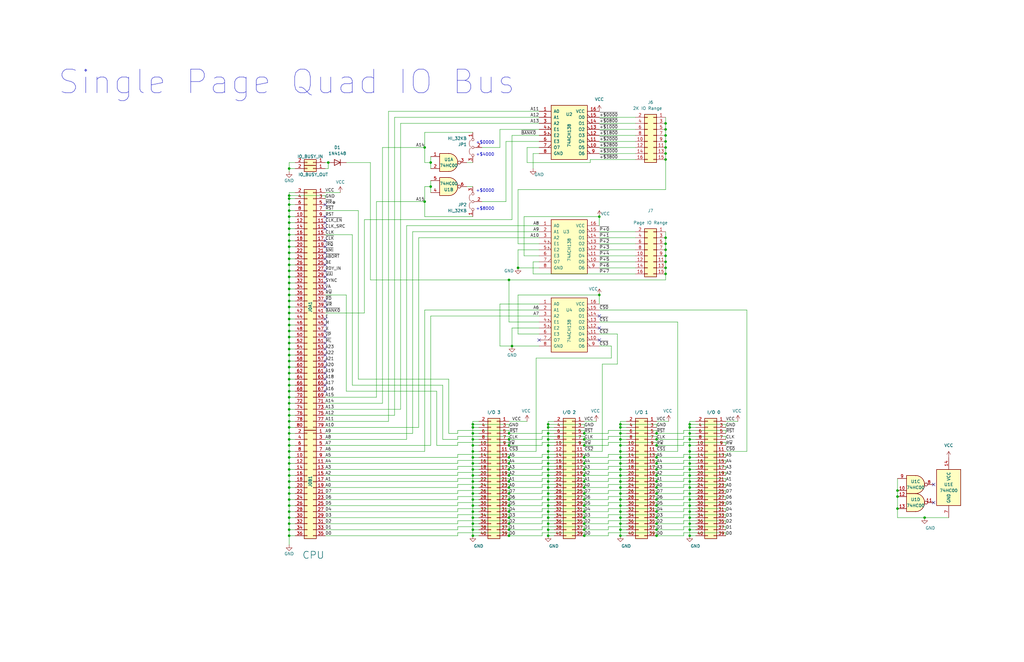
<source format=kicad_sch>
(kicad_sch (version 20230121) (generator eeschema)
  (paper "B")
  (junction (at 214.63 118.11))
  (junction (at 199.39 185.42))
  (junction (at 121.92 114.3))
  (junction (at 121.92 162.56))
  (junction (at 290.83 203.2))
  (junction (at 280.67 59.69))
  (junction (at 231.14 180.34))
  (junction (at 378.46 209.55))
  (junction (at 214.63 185.42))
  (junction (at 121.92 154.94))
  (junction (at 214.63 193.04))
  (junction (at 276.86 205.74))
  (junction (at 276.86 218.44))
  (junction (at 280.67 115.57))
  (junction (at 280.67 54.61))
  (junction (at 261.62 179.07))
  (junction (at 231.14 203.2))
  (junction (at 261.62 200.66))
  (junction (at 121.92 132.08))
  (junction (at 121.92 129.54))
  (junction (at 276.86 223.52))
  (junction (at 290.83 193.04))
  (junction (at 121.92 157.48))
  (junction (at 280.67 52.07))
  (junction (at 121.92 208.28))
  (junction (at 231.14 213.36))
  (junction (at 121.92 210.82))
  (junction (at 231.14 220.98))
  (junction (at 252.73 91.44))
  (junction (at 199.39 226.06))
  (junction (at 214.63 195.58))
  (junction (at 276.86 210.82))
  (junction (at 214.63 210.82))
  (junction (at 121.92 215.9))
  (junction (at 261.62 185.42))
  (junction (at 246.38 210.82))
  (junction (at 214.63 205.74))
  (junction (at 261.62 180.34))
  (junction (at 261.62 208.28))
  (junction (at 290.83 215.9))
  (junction (at 121.92 127))
  (junction (at 121.92 149.86))
  (junction (at 246.38 185.42))
  (junction (at 261.62 203.2))
  (junction (at 199.39 187.96))
  (junction (at 121.92 160.02))
  (junction (at 231.14 223.52))
  (junction (at 231.14 179.07))
  (junction (at 121.92 182.88))
  (junction (at 121.92 109.22))
  (junction (at 276.86 208.28))
  (junction (at 246.38 215.9))
  (junction (at 276.86 198.12))
  (junction (at 214.63 213.36))
  (junction (at 121.92 152.4))
  (junction (at 199.39 190.5))
  (junction (at 121.92 167.64))
  (junction (at 231.14 215.9))
  (junction (at 378.46 214.63))
  (junction (at 121.92 213.36))
  (junction (at 261.62 198.12))
  (junction (at 231.14 208.28))
  (junction (at 280.67 62.23))
  (junction (at 121.92 101.6))
  (junction (at 121.92 144.78))
  (junction (at 121.92 180.34))
  (junction (at 199.39 215.9))
  (junction (at 290.83 213.36))
  (junction (at 121.92 88.9))
  (junction (at 214.63 215.9))
  (junction (at 276.86 203.2))
  (junction (at 121.92 165.1))
  (junction (at 199.39 195.58))
  (junction (at 179.07 62.23))
  (junction (at 121.92 134.62))
  (junction (at 121.92 104.14))
  (junction (at 214.63 198.12))
  (junction (at 199.39 205.74))
  (junction (at 199.39 182.88))
  (junction (at 121.92 195.58))
  (junction (at 138.43 68.58))
  (junction (at 231.14 210.82))
  (junction (at 231.14 218.44))
  (junction (at 280.67 113.03))
  (junction (at 121.92 218.44))
  (junction (at 231.14 226.06))
  (junction (at 214.63 187.96))
  (junction (at 121.92 147.32))
  (junction (at 231.14 205.74))
  (junction (at 261.62 226.06))
  (junction (at 199.39 220.98))
  (junction (at 276.86 215.9))
  (junction (at 276.86 200.66))
  (junction (at 231.14 182.88))
  (junction (at 121.92 93.98))
  (junction (at 261.62 205.74))
  (junction (at 121.92 193.04))
  (junction (at 246.38 187.96))
  (junction (at 276.86 187.96))
  (junction (at 290.83 195.58))
  (junction (at 276.86 213.36))
  (junction (at 121.92 177.8))
  (junction (at 231.14 198.12))
  (junction (at 276.86 185.42))
  (junction (at 280.67 67.31))
  (junction (at 199.39 208.28))
  (junction (at 121.92 175.26))
  (junction (at 290.83 198.12))
  (junction (at 280.67 100.33))
  (junction (at 181.61 78.74))
  (junction (at 214.63 223.52))
  (junction (at 121.92 137.16))
  (junction (at 231.14 200.66))
  (junction (at 261.62 193.04))
  (junction (at 280.67 64.77))
  (junction (at 290.83 220.98))
  (junction (at 218.44 113.03))
  (junction (at 290.83 226.06))
  (junction (at 121.92 190.5))
  (junction (at 199.39 203.2))
  (junction (at 121.92 91.44))
  (junction (at 261.62 195.58))
  (junction (at 121.92 106.68))
  (junction (at 121.92 223.52))
  (junction (at 280.67 110.49))
  (junction (at 290.83 187.96))
  (junction (at 121.92 71.12))
  (junction (at 214.63 182.88))
  (junction (at 246.38 220.98))
  (junction (at 246.38 218.44))
  (junction (at 290.83 205.74))
  (junction (at 199.39 223.52))
  (junction (at 246.38 195.58))
  (junction (at 290.83 210.82))
  (junction (at 290.83 208.28))
  (junction (at 378.46 207.01))
  (junction (at 121.92 86.36))
  (junction (at 246.38 208.28))
  (junction (at 290.83 218.44))
  (junction (at 121.92 82.55))
  (junction (at 231.14 190.5))
  (junction (at 280.67 107.95))
  (junction (at 121.92 142.24))
  (junction (at 246.38 223.52))
  (junction (at 231.14 187.96))
  (junction (at 246.38 193.04))
  (junction (at 290.83 182.88))
  (junction (at 280.67 105.41))
  (junction (at 121.92 111.76))
  (junction (at 231.14 185.42))
  (junction (at 246.38 203.2))
  (junction (at 121.92 200.66))
  (junction (at 246.38 213.36))
  (junction (at 246.38 205.74))
  (junction (at 276.86 195.58))
  (junction (at 389.89 218.44))
  (junction (at 261.62 190.5))
  (junction (at 261.62 210.82))
  (junction (at 261.62 182.88))
  (junction (at 214.63 200.66))
  (junction (at 252.73 124.46))
  (junction (at 199.39 179.07))
  (junction (at 199.39 210.82))
  (junction (at 199.39 198.12))
  (junction (at 290.83 223.52))
  (junction (at 246.38 200.66))
  (junction (at 280.67 57.15))
  (junction (at 214.63 208.28))
  (junction (at 121.92 226.06))
  (junction (at 231.14 195.58))
  (junction (at 261.62 187.96))
  (junction (at 121.92 119.38))
  (junction (at 276.86 182.88))
  (junction (at 231.14 193.04))
  (junction (at 199.39 218.44))
  (junction (at 121.92 116.84))
  (junction (at 121.92 170.18))
  (junction (at 121.92 96.52))
  (junction (at 199.39 180.34))
  (junction (at 214.63 226.06))
  (junction (at 276.86 193.04))
  (junction (at 121.92 139.7))
  (junction (at 246.38 198.12))
  (junction (at 280.67 102.87))
  (junction (at 121.92 185.42))
  (junction (at 290.83 185.42))
  (junction (at 246.38 182.88))
  (junction (at 276.86 226.06))
  (junction (at 121.92 220.98))
  (junction (at 290.83 200.66))
  (junction (at 121.92 205.74))
  (junction (at 199.39 200.66))
  (junction (at 290.83 180.34))
  (junction (at 214.63 220.98))
  (junction (at 121.92 121.92))
  (junction (at 246.38 226.06))
  (junction (at 261.62 215.9))
  (junction (at 276.86 220.98))
  (junction (at 121.92 187.96))
  (junction (at 121.92 198.12))
  (junction (at 261.62 223.52))
  (junction (at 121.92 203.2))
  (junction (at 290.83 190.5))
  (junction (at 261.62 218.44))
  (junction (at 214.63 203.2))
  (junction (at 261.62 213.36))
  (junction (at 121.92 99.06))
  (junction (at 290.83 179.07))
  (junction (at 179.07 85.09))
  (junction (at 215.9 146.05))
  (junction (at 199.39 193.04))
  (junction (at 121.92 83.82))
  (junction (at 199.39 213.36))
  (junction (at 181.61 68.58))
  (junction (at 121.92 124.46))
  (junction (at 214.63 218.44))
  (junction (at 261.62 220.98))
  (junction (at 121.92 172.72))
  (no_connect (at 137.16 139.7))
  (no_connect (at 137.16 119.38))
  (no_connect (at 137.16 137.16))
  (no_connect (at 137.16 149.86))
  (no_connect (at 137.16 162.56))
  (no_connect (at 393.7 212.09))
  (no_connect (at 137.16 114.3))
  (no_connect (at 137.16 86.36))
  (no_connect (at 393.7 204.47))
  (no_connect (at 252.73 133.35))
  (no_connect (at 137.16 157.48))
  (no_connect (at 137.16 134.62))
  (no_connect (at 137.16 104.14))
  (no_connect (at 137.16 106.68))
  (no_connect (at 252.73 143.51))
  (no_connect (at 137.16 111.76))
  (no_connect (at 137.16 165.1))
  (no_connect (at 137.16 96.52))
  (no_connect (at 137.16 154.94))
  (no_connect (at 137.16 152.4))
  (no_connect (at 137.16 93.98))
  (no_connect (at 227.33 143.51))
  (no_connect (at 137.16 144.78))
  (no_connect (at 137.16 116.84))
  (no_connect (at 137.16 91.44))
  (no_connect (at 137.16 121.92))
  (no_connect (at 137.16 127))
  (no_connect (at 137.16 109.22))
  (no_connect (at 137.16 160.02))
  (no_connect (at 137.16 142.24))
  (no_connect (at 252.73 138.43))
  (no_connect (at 137.16 147.32))
  (no_connect (at 137.16 101.6))
  (no_connect (at 137.16 129.54))
  (wire (pts (xy 168.91 52.07) (xy 168.91 172.72)))
  (wire (pts (xy 231.14 193.04) (xy 231.14 195.58)))
  (wire (pts (xy 137.16 190.5) (xy 179.07 190.5)))
  (wire (pts (xy 121.92 203.2) (xy 121.92 205.74)))
  (wire (pts (xy 246.38 182.88) (xy 256.54 182.88)))
  (wire (pts (xy 267.97 107.95) (xy 252.73 107.95)))
  (wire (pts (xy 214.63 191.77) (xy 214.63 193.04)))
  (wire (pts (xy 193.04 210.82) (xy 193.04 209.55)))
  (wire (pts (xy 288.29 213.36) (xy 288.29 212.09)))
  (wire (pts (xy 181.61 133.35) (xy 181.61 187.96)))
  (wire (pts (xy 267.97 62.23) (xy 252.73 62.23)))
  (wire (pts (xy 196.85 68.58) (xy 199.39 68.58)))
  (wire (pts (xy 276.86 179.07) (xy 261.62 179.07)))
  (wire (pts (xy 121.92 132.08) (xy 121.92 134.62)))
  (wire (pts (xy 214.63 208.28) (xy 228.6 208.28)))
  (wire (pts (xy 199.39 193.04) (xy 199.39 195.58)))
  (wire (pts (xy 260.35 153.67) (xy 254 153.67)))
  (wire (pts (xy 228.6 196.85) (xy 246.38 196.85)))
  (wire (pts (xy 168.91 52.07) (xy 227.33 52.07)))
  (wire (pts (xy 290.83 213.36) (xy 290.83 215.9)))
  (wire (pts (xy 199.39 223.52) (xy 199.39 226.06)))
  (wire (pts (xy 231.14 205.74) (xy 231.14 208.28)))
  (wire (pts (xy 246.38 203.2) (xy 256.54 203.2)))
  (wire (pts (xy 290.83 215.9) (xy 293.37 215.9)))
  (wire (pts (xy 256.54 182.88) (xy 256.54 181.61)))
  (wire (pts (xy 121.92 106.68) (xy 124.46 106.68)))
  (wire (pts (xy 121.92 129.54) (xy 121.92 132.08)))
  (wire (pts (xy 222.25 68.58) (xy 248.92 68.58)))
  (wire (pts (xy 153.67 92.71) (xy 153.67 132.08)))
  (wire (pts (xy 158.75 85.09) (xy 179.07 85.09)))
  (wire (pts (xy 231.14 193.04) (xy 233.68 193.04)))
  (wire (pts (xy 261.62 218.44) (xy 264.16 218.44)))
  (wire (pts (xy 151.13 160.02) (xy 151.13 88.9)))
  (wire (pts (xy 231.14 200.66) (xy 233.68 200.66)))
  (wire (pts (xy 121.92 175.26) (xy 121.92 177.8)))
  (wire (pts (xy 218.44 102.87) (xy 227.33 102.87)))
  (wire (pts (xy 121.92 165.1) (xy 124.46 165.1)))
  (wire (pts (xy 199.39 179.07) (xy 214.63 179.07)))
  (wire (pts (xy 199.39 200.66) (xy 201.93 200.66)))
  (wire (pts (xy 199.39 180.34) (xy 201.93 180.34)))
  (wire (pts (xy 121.92 139.7) (xy 124.46 139.7)))
  (wire (pts (xy 222.25 62.23) (xy 222.25 68.58)))
  (wire (pts (xy 193.04 219.71) (xy 214.63 219.71)))
  (wire (pts (xy 121.92 71.12) (xy 121.92 72.39)))
  (wire (pts (xy 306.07 214.63) (xy 306.07 215.9)))
  (wire (pts (xy 137.16 170.18) (xy 161.29 170.18)))
  (wire (pts (xy 231.14 180.34) (xy 231.14 182.88)))
  (wire (pts (xy 228.6 187.96) (xy 228.6 186.69)))
  (wire (pts (xy 276.86 213.36) (xy 288.29 213.36)))
  (wire (pts (xy 121.92 114.3) (xy 124.46 114.3)))
  (wire (pts (xy 306.07 207.01) (xy 306.07 208.28)))
  (wire (pts (xy 256.54 205.74) (xy 256.54 204.47)))
  (wire (pts (xy 288.29 181.61) (xy 306.07 181.61)))
  (wire (pts (xy 267.97 113.03) (xy 252.73 113.03)))
  (wire (pts (xy 199.39 203.2) (xy 199.39 205.74)))
  (wire (pts (xy 121.92 208.28) (xy 124.46 208.28)))
  (wire (pts (xy 137.16 223.52) (xy 193.04 223.52)))
  (wire (pts (xy 228.6 220.98) (xy 228.6 219.71)))
  (wire (pts (xy 276.86 181.61) (xy 276.86 182.88)))
  (wire (pts (xy 290.83 203.2) (xy 293.37 203.2)))
  (wire (pts (xy 121.92 220.98) (xy 121.92 223.52)))
  (wire (pts (xy 227.33 62.23) (xy 222.25 62.23)))
  (wire (pts (xy 121.92 127) (xy 124.46 127)))
  (wire (pts (xy 121.92 134.62) (xy 121.92 137.16)))
  (wire (pts (xy 137.16 220.98) (xy 193.04 220.98)))
  (wire (pts (xy 193.04 215.9) (xy 193.04 214.63)))
  (wire (pts (xy 228.6 181.61) (xy 246.38 181.61)))
  (wire (pts (xy 199.39 218.44) (xy 201.93 218.44)))
  (wire (pts (xy 214.63 220.98) (xy 228.6 220.98)))
  (wire (pts (xy 246.38 213.36) (xy 256.54 213.36)))
  (wire (pts (xy 199.39 177.8) (xy 201.93 177.8)))
  (wire (pts (xy 196.85 78.74) (xy 199.39 78.74)))
  (wire (pts (xy 276.86 195.58) (xy 288.29 195.58)))
  (wire (pts (xy 153.67 92.71) (xy 215.9 92.71)))
  (wire (pts (xy 261.62 198.12) (xy 261.62 200.66)))
  (wire (pts (xy 228.6 204.47) (xy 246.38 204.47)))
  (wire (pts (xy 214.63 193.04) (xy 228.6 193.04)))
  (wire (pts (xy 148.59 99.06) (xy 137.16 99.06)))
  (wire (pts (xy 288.29 214.63) (xy 306.07 214.63)))
  (wire (pts (xy 193.04 213.36) (xy 193.04 212.09)))
  (wire (pts (xy 199.39 187.96) (xy 199.39 190.5)))
  (wire (pts (xy 137.16 210.82) (xy 193.04 210.82)))
  (wire (pts (xy 228.6 209.55) (xy 246.38 209.55)))
  (wire (pts (xy 193.04 204.47) (xy 214.63 204.47)))
  (wire (pts (xy 246.38 226.06) (xy 256.54 226.06)))
  (wire (pts (xy 214.63 223.52) (xy 228.6 223.52)))
  (wire (pts (xy 246.38 205.74) (xy 256.54 205.74)))
  (wire (pts (xy 228.6 222.25) (xy 246.38 222.25)))
  (wire (pts (xy 121.92 210.82) (xy 121.92 213.36)))
  (wire (pts (xy 227.33 107.95) (xy 220.98 107.95)))
  (wire (pts (xy 261.62 203.2) (xy 261.62 205.74)))
  (wire (pts (xy 306.07 184.15) (xy 306.07 185.42)))
  (wire (pts (xy 228.6 194.31) (xy 246.38 194.31)))
  (wire (pts (xy 290.83 198.12) (xy 293.37 198.12)))
  (wire (pts (xy 137.16 218.44) (xy 193.04 218.44)))
  (wire (pts (xy 124.46 93.98) (xy 121.92 93.98)))
  (wire (pts (xy 137.16 82.55) (xy 121.92 82.55)))
  (wire (pts (xy 228.6 214.63) (xy 246.38 214.63)))
  (wire (pts (xy 121.92 160.02) (xy 124.46 160.02)))
  (wire (pts (xy 252.73 130.81) (xy 314.96 130.81)))
  (wire (pts (xy 378.46 207.01) (xy 378.46 209.55)))
  (wire (pts (xy 257.81 151.13) (xy 226.06 151.13)))
  (wire (pts (xy 214.63 210.82) (xy 228.6 210.82)))
  (wire (pts (xy 261.62 195.58) (xy 261.62 193.04)))
  (wire (pts (xy 256.54 223.52) (xy 256.54 222.25)))
  (wire (pts (xy 261.62 205.74) (xy 264.16 205.74)))
  (wire (pts (xy 121.92 106.68) (xy 121.92 109.22)))
  (wire (pts (xy 231.14 215.9) (xy 231.14 218.44)))
  (wire (pts (xy 199.39 180.34) (xy 199.39 182.88)))
  (wire (pts (xy 121.92 134.62) (xy 124.46 134.62)))
  (wire (pts (xy 290.83 213.36) (xy 290.83 210.82)))
  (wire (pts (xy 261.62 210.82) (xy 261.62 213.36)))
  (wire (pts (xy 256.54 184.15) (xy 276.86 184.15)))
  (wire (pts (xy 121.92 119.38) (xy 121.92 121.92)))
  (wire (pts (xy 186.69 185.42) (xy 193.04 185.42)))
  (wire (pts (xy 261.62 208.28) (xy 261.62 210.82)))
  (wire (pts (xy 121.92 124.46) (xy 121.92 127)))
  (wire (pts (xy 121.92 96.52) (xy 121.92 99.06)))
  (wire (pts (xy 261.62 215.9) (xy 261.62 218.44)))
  (wire (pts (xy 288.29 217.17) (xy 306.07 217.17)))
  (wire (pts (xy 256.54 193.04) (xy 256.54 191.77)))
  (wire (pts (xy 121.92 198.12) (xy 124.46 198.12)))
  (wire (pts (xy 276.86 186.69) (xy 276.86 187.96)))
  (wire (pts (xy 246.38 220.98) (xy 256.54 220.98)))
  (wire (pts (xy 276.86 177.8) (xy 281.94 177.8)))
  (wire (pts (xy 146.05 124.46) (xy 137.16 124.46)))
  (wire (pts (xy 121.92 109.22) (xy 121.92 111.76)))
  (wire (pts (xy 121.92 154.94) (xy 124.46 154.94)))
  (wire (pts (xy 246.38 218.44) (xy 256.54 218.44)))
  (wire (pts (xy 256.54 224.79) (xy 276.86 224.79)))
  (wire (pts (xy 121.92 132.08) (xy 124.46 132.08)))
  (wire (pts (xy 121.92 182.88) (xy 121.92 185.42)))
  (wire (pts (xy 256.54 199.39) (xy 276.86 199.39)))
  (wire (pts (xy 231.14 182.88) (xy 231.14 185.42)))
  (wire (pts (xy 306.07 186.69) (xy 306.07 187.96)))
  (wire (pts (xy 231.14 185.42) (xy 233.68 185.42)))
  (wire (pts (xy 121.92 111.76) (xy 124.46 111.76)))
  (wire (pts (xy 215.9 138.43) (xy 215.9 146.05)))
  (wire (pts (xy 214.63 222.25) (xy 214.63 223.52)))
  (wire (pts (xy 246.38 180.34) (xy 246.38 179.07)))
  (wire (pts (xy 246.38 199.39) (xy 246.38 200.66)))
  (wire (pts (xy 214.63 196.85) (xy 214.63 198.12)))
  (wire (pts (xy 261.62 190.5) (xy 261.62 187.96)))
  (wire (pts (xy 121.92 116.84) (xy 121.92 119.38)))
  (wire (pts (xy 121.92 190.5) (xy 124.46 190.5)))
  (wire (pts (xy 137.16 226.06) (xy 193.04 226.06)))
  (wire (pts (xy 280.67 57.15) (xy 280.67 59.69)))
  (wire (pts (xy 276.86 222.25) (xy 276.86 223.52)))
  (wire (pts (xy 121.92 165.1) (xy 121.92 167.64)))
  (wire (pts (xy 276.86 196.85) (xy 276.86 198.12)))
  (wire (pts (xy 121.92 157.48) (xy 124.46 157.48)))
  (wire (pts (xy 213.36 85.09) (xy 213.36 59.69)))
  (wire (pts (xy 138.43 71.12) (xy 137.16 71.12)))
  (wire (pts (xy 215.9 146.05) (xy 227.33 146.05)))
  (wire (pts (xy 290.83 179.07) (xy 290.83 177.8)))
  (wire (pts (xy 261.62 198.12) (xy 264.16 198.12)))
  (wire (pts (xy 161.29 62.23) (xy 179.07 62.23)))
  (wire (pts (xy 248.92 68.58) (xy 248.92 67.31)))
  (wire (pts (xy 246.38 179.07) (xy 231.14 179.07)))
  (wire (pts (xy 121.92 193.04) (xy 121.92 195.58)))
  (wire (pts (xy 121.92 180.34) (xy 121.92 182.88)))
  (wire (pts (xy 193.04 220.98) (xy 193.04 219.71)))
  (wire (pts (xy 193.04 201.93) (xy 214.63 201.93)))
  (wire (pts (xy 214.63 200.66) (xy 228.6 200.66)))
  (wire (pts (xy 163.83 46.99) (xy 227.33 46.99)))
  (wire (pts (xy 288.29 223.52) (xy 288.29 222.25)))
  (wire (pts (xy 171.45 95.25) (xy 171.45 185.42)))
  (wire (pts (xy 214.63 204.47) (xy 214.63 205.74)))
  (wire (pts (xy 276.86 214.63) (xy 276.86 215.9)))
  (wire (pts (xy 276.86 200.66) (xy 288.29 200.66)))
  (wire (pts (xy 256.54 203.2) (xy 256.54 201.93)))
  (wire (pts (xy 267.97 110.49) (xy 252.73 110.49)))
  (wire (pts (xy 267.97 57.15) (xy 252.73 57.15)))
  (wire (pts (xy 193.04 191.77) (xy 214.63 191.77)))
  (wire (pts (xy 121.92 99.06) (xy 124.46 99.06)))
  (wire (pts (xy 214.63 190.5) (xy 226.06 190.5)))
  (wire (pts (xy 121.92 129.54) (xy 124.46 129.54)))
  (wire (pts (xy 214.63 118.11) (xy 280.67 118.11)))
  (wire (pts (xy 121.92 167.64) (xy 124.46 167.64)))
  (wire (pts (xy 121.92 114.3) (xy 121.92 116.84)))
  (wire (pts (xy 193.04 182.88) (xy 193.04 181.61)))
  (wire (pts (xy 290.83 195.58) (xy 290.83 193.04)))
  (wire (pts (xy 256.54 185.42) (xy 256.54 184.15)))
  (wire (pts (xy 179.07 68.58) (xy 181.61 68.58)))
  (wire (pts (xy 121.92 200.66) (xy 121.92 203.2)))
  (wire (pts (xy 256.54 198.12) (xy 256.54 196.85)))
  (wire (pts (xy 246.38 194.31) (xy 246.38 195.58)))
  (wire (pts (xy 267.97 54.61) (xy 252.73 54.61)))
  (wire (pts (xy 193.04 181.61) (xy 214.63 181.61)))
  (wire (pts (xy 267.97 102.87) (xy 252.73 102.87)))
  (wire (pts (xy 151.13 88.9) (xy 137.16 88.9)))
  (wire (pts (xy 252.73 97.79) (xy 267.97 97.79)))
  (wire (pts (xy 137.16 132.08) (xy 153.67 132.08)))
  (wire (pts (xy 121.92 82.55) (xy 121.92 83.82)))
  (wire (pts (xy 199.39 200.66) (xy 199.39 203.2)))
  (wire (pts (xy 189.23 182.88) (xy 193.04 182.88)))
  (wire (pts (xy 193.04 194.31) (xy 214.63 194.31)))
  (wire (pts (xy 199.39 215.9) (xy 199.39 218.44)))
  (wire (pts (xy 261.62 213.36) (xy 264.16 213.36)))
  (wire (pts (xy 290.83 185.42) (xy 293.37 185.42)))
  (wire (pts (xy 261.62 185.42) (xy 261.62 187.96)))
  (wire (pts (xy 121.92 170.18) (xy 124.46 170.18)))
  (wire (pts (xy 121.92 190.5) (xy 121.92 193.04)))
  (wire (pts (xy 378.46 201.93) (xy 378.46 207.01)))
  (wire (pts (xy 378.46 218.44) (xy 389.89 218.44)))
  (wire (pts (xy 256.54 213.36) (xy 256.54 212.09)))
  (wire (pts (xy 389.89 218.44) (xy 400.05 218.44)))
  (wire (pts (xy 228.6 205.74) (xy 228.6 204.47)))
  (wire (pts (xy 288.29 210.82) (xy 288.29 209.55)))
  (wire (pts (xy 176.53 100.33) (xy 176.53 180.34)))
  (wire (pts (xy 256.54 200.66) (xy 256.54 199.39)))
  (wire (pts (xy 121.92 193.04) (xy 124.46 193.04)))
  (wire (pts (xy 290.83 218.44) (xy 293.37 218.44)))
  (wire (pts (xy 179.07 78.74) (xy 179.07 85.09)))
  (wire (pts (xy 199.39 198.12) (xy 201.93 198.12)))
  (wire (pts (xy 256.54 186.69) (xy 276.86 186.69)))
  (wire (pts (xy 214.63 219.71) (xy 214.63 220.98)))
  (wire (pts (xy 261.62 180.34) (xy 261.62 182.88)))
  (wire (pts (xy 276.86 199.39) (xy 276.86 200.66)))
  (wire (pts (xy 199.39 190.5) (xy 199.39 193.04)))
  (wire (pts (xy 121.92 162.56) (xy 124.46 162.56)))
  (wire (pts (xy 121.92 81.28) (xy 124.46 81.28)))
  (wire (pts (xy 276.86 220.98) (xy 288.29 220.98)))
  (wire (pts (xy 193.04 226.06) (xy 193.04 224.79)))
  (wire (pts (xy 276.86 205.74) (xy 288.29 205.74)))
  (wire (pts (xy 288.29 193.04) (xy 288.29 191.77)))
  (wire (pts (xy 260.35 140.97) (xy 252.73 140.97)))
  (wire (pts (xy 121.92 162.56) (xy 121.92 165.1)))
  (wire (pts (xy 121.92 180.34) (xy 124.46 180.34)))
  (wire (pts (xy 256.54 217.17) (xy 276.86 217.17)))
  (wire (pts (xy 261.62 215.9) (xy 264.16 215.9)))
  (wire (pts (xy 121.92 116.84) (xy 124.46 116.84)))
  (wire (pts (xy 121.92 177.8) (xy 121.92 180.34)))
  (wire (pts (xy 261.62 190.5) (xy 264.16 190.5)))
  (wire (pts (xy 121.92 119.38) (xy 124.46 119.38)))
  (wire (pts (xy 248.92 67.31) (xy 267.97 67.31)))
  (wire (pts (xy 246.38 201.93) (xy 246.38 203.2)))
  (wire (pts (xy 193.04 223.52) (xy 193.04 222.25)))
  (wire (pts (xy 121.92 226.06) (xy 124.46 226.06)))
  (wire (pts (xy 193.04 212.09) (xy 214.63 212.09)))
  (wire (pts (xy 276.86 203.2) (xy 288.29 203.2)))
  (wire (pts (xy 121.92 205.74) (xy 124.46 205.74)))
  (wire (pts (xy 288.29 205.74) (xy 288.29 204.47)))
  (wire (pts (xy 199.39 198.12) (xy 199.39 200.66)))
  (wire (pts (xy 306.07 180.34) (xy 306.07 179.07)))
  (wire (pts (xy 203.2 85.09) (xy 213.36 85.09)))
  (wire (pts (xy 276.86 223.52) (xy 288.29 223.52)))
  (wire (pts (xy 199.39 205.74) (xy 199.39 208.28)))
  (wire (pts (xy 121.92 154.94) (xy 121.92 157.48)))
  (wire (pts (xy 158.75 167.64) (xy 137.16 167.64)))
  (wire (pts (xy 290.83 195.58) (xy 293.37 195.58)))
  (wire (pts (xy 290.83 200.66) (xy 293.37 200.66)))
  (wire (pts (xy 214.63 205.74) (xy 228.6 205.74)))
  (wire (pts (xy 138.43 68.58) (xy 138.43 71.12)))
  (wire (pts (xy 213.36 59.69) (xy 227.33 59.69)))
  (wire (pts (xy 261.62 187.96) (xy 264.16 187.96)))
  (wire (pts (xy 231.14 203.2) (xy 231.14 205.74)))
  (wire (pts (xy 288.29 220.98) (xy 288.29 219.71)))
  (wire (pts (xy 288.29 185.42) (xy 288.29 184.15)))
  (wire (pts (xy 121.92 83.82) (xy 124.46 83.82)))
  (wire (pts (xy 228.6 224.79) (xy 246.38 224.79)))
  (wire (pts (xy 227.33 138.43) (xy 215.9 138.43)))
  (wire (pts (xy 228.6 186.69) (xy 246.38 186.69)))
  (wire (pts (xy 290.83 213.36) (xy 293.37 213.36)))
  (wire (pts (xy 276.86 198.12) (xy 288.29 198.12)))
  (wire (pts (xy 288.29 215.9) (xy 288.29 214.63)))
  (wire (pts (xy 199.39 195.58) (xy 201.93 195.58)))
  (wire (pts (xy 121.92 68.58) (xy 121.92 71.12)))
  (wire (pts (xy 231.14 213.36) (xy 231.14 215.9)))
  (wire (pts (xy 226.06 151.13) (xy 226.06 190.5)))
  (wire (pts (xy 256.54 195.58) (xy 256.54 194.31)))
  (wire (pts (xy 121.92 137.16) (xy 124.46 137.16)))
  (wire (pts (xy 193.04 208.28) (xy 193.04 207.01)))
  (wire (pts (xy 280.67 52.07) (xy 280.67 54.61)))
  (wire (pts (xy 214.63 135.89) (xy 227.33 135.89)))
  (wire (pts (xy 231.14 218.44) (xy 231.14 220.98)))
  (wire (pts (xy 121.92 203.2) (xy 124.46 203.2)))
  (wire (pts (xy 261.62 208.28) (xy 264.16 208.28)))
  (wire (pts (xy 121.92 167.64) (xy 121.92 170.18)))
  (wire (pts (xy 288.29 184.15) (xy 306.07 184.15)))
  (wire (pts (xy 276.86 207.01) (xy 276.86 208.28)))
  (wire (pts (xy 179.07 55.88) (xy 199.39 55.88)))
  (wire (pts (xy 280.67 102.87) (xy 280.67 105.41)))
  (wire (pts (xy 137.16 83.82) (xy 137.16 82.55)))
  (wire (pts (xy 280.67 97.79) (xy 280.67 100.33)))
  (wire (pts (xy 121.92 187.96) (xy 121.92 190.5)))
  (wire (pts (xy 231.14 226.06) (xy 233.68 226.06)))
  (wire (pts (xy 267.97 100.33) (xy 252.73 100.33)))
  (wire (pts (xy 121.92 101.6) (xy 121.92 104.14)))
  (wire (pts (xy 246.38 223.52) (xy 256.54 223.52)))
  (wire (pts (xy 290.83 187.96) (xy 293.37 187.96)))
  (wire (pts (xy 246.38 214.63) (xy 246.38 215.9)))
  (wire (pts (xy 231.14 205.74) (xy 233.68 205.74)))
  (wire (pts (xy 231.14 198.12) (xy 233.68 198.12)))
  (wire (pts (xy 288.29 212.09) (xy 306.07 212.09)))
  (wire (pts (xy 290.83 177.8) (xy 293.37 177.8)))
  (wire (pts (xy 231.14 177.8) (xy 231.14 179.07)))
  (wire (pts (xy 193.04 214.63) (xy 214.63 214.63)))
  (wire (pts (xy 246.38 177.8) (xy 251.46 177.8)))
  (wire (pts (xy 290.83 190.5) (xy 290.83 187.96)))
  (wire (pts (xy 256.54 208.28) (xy 256.54 207.01)))
  (wire (pts (xy 246.38 193.04) (xy 256.54 193.04)))
  (wire (pts (xy 214.63 217.17) (xy 214.63 218.44)))
  (wire (pts (xy 137.16 195.58) (xy 193.04 195.58)))
  (wire (pts (xy 261.62 223.52) (xy 264.16 223.52)))
  (wire (pts (xy 276.86 194.31) (xy 276.86 195.58)))
  (wire (pts (xy 121.92 104.14) (xy 124.46 104.14)))
  (wire (pts (xy 220.98 107.95) (xy 220.98 91.44)))
  (wire (pts (xy 193.04 203.2) (xy 193.04 201.93)))
  (wire (pts (xy 214.63 187.96) (xy 228.6 187.96)))
  (wire (pts (xy 246.38 200.66) (xy 256.54 200.66)))
  (wire (pts (xy 290.83 218.44) (xy 290.83 215.9)))
  (wire (pts (xy 228.6 215.9) (xy 228.6 214.63)))
  (wire (pts (xy 184.15 187.96) (xy 193.04 187.96)))
  (wire (pts (xy 280.67 118.11) (xy 280.67 115.57)))
  (wire (pts (xy 257.81 151.13) (xy 257.81 146.05)))
  (wire (pts (xy 193.04 199.39) (xy 214.63 199.39)))
  (wire (pts (xy 179.07 91.44) (xy 199.39 91.44)))
  (wire (pts (xy 288.29 209.55) (xy 306.07 209.55)))
  (wire (pts (xy 285.75 190.5) (xy 276.86 190.5)))
  (wire (pts (xy 189.23 160.02) (xy 189.23 182.88)))
  (wire (pts (xy 224.79 110.49) (xy 224.79 115.57)))
  (wire (pts (xy 288.29 198.12) (xy 288.29 196.85)))
  (wire (pts (xy 163.83 177.8) (xy 137.16 177.8)))
  (wire (pts (xy 214.63 194.31) (xy 214.63 195.58)))
  (wire (pts (xy 199.39 213.36) (xy 199.39 215.9)))
  (wire (pts (xy 146.05 165.1) (xy 146.05 124.46)))
  (wire (pts (xy 181.61 133.35) (xy 227.33 133.35)))
  (wire (pts (xy 228.6 208.28) (xy 228.6 207.01)))
  (wire (pts (xy 227.33 128.27) (xy 210.82 128.27)))
  (wire (pts (xy 214.63 209.55) (xy 214.63 210.82)))
  (wire (pts (xy 246.38 212.09) (xy 246.38 213.36)))
  (wire (pts (xy 210.82 146.05) (xy 215.9 146.05)))
  (wire (pts (xy 121.92 142.24) (xy 121.92 144.78)))
  (wire (pts (xy 227.33 54.61) (xy 210.82 54.61)))
  (wire (pts (xy 220.98 91.44) (xy 252.73 91.44)))
  (wire (pts (xy 256.54 207.01) (xy 276.86 207.01)))
  (wire (pts (xy 121.92 172.72) (xy 121.92 175.26)))
  (wire (pts (xy 290.83 182.88) (xy 290.83 180.34)))
  (wire (pts (xy 288.29 191.77) (xy 306.07 191.77)))
  (wire (pts (xy 306.07 199.39) (xy 306.07 200.66)))
  (wire (pts (xy 228.6 212.09) (xy 246.38 212.09)))
  (wire (pts (xy 121.92 200.66) (xy 124.46 200.66)))
  (wire (pts (xy 224.79 64.77) (xy 227.33 64.77)))
  (wire (pts (xy 193.04 186.69) (xy 214.63 186.69)))
  (wire (pts (xy 378.46 209.55) (xy 378.46 214.63)))
  (wire (pts (xy 276.86 208.28) (xy 288.29 208.28)))
  (wire (pts (xy 280.67 107.95) (xy 280.67 110.49)))
  (wire (pts (xy 215.9 92.71) (xy 215.9 57.15)))
  (wire (pts (xy 267.97 52.07) (xy 252.73 52.07)))
  (wire (pts (xy 193.04 209.55) (xy 214.63 209.55)))
  (wire (pts (xy 214.63 218.44) (xy 228.6 218.44)))
  (wire (pts (xy 306.07 204.47) (xy 306.07 205.74)))
  (wire (pts (xy 280.67 54.61) (xy 280.67 57.15)))
  (wire (pts (xy 224.79 71.12) (xy 224.79 64.77)))
  (wire (pts (xy 214.63 212.09) (xy 214.63 213.36)))
  (wire (pts (xy 276.86 204.47) (xy 276.86 205.74)))
  (wire (pts (xy 231.14 218.44) (xy 233.68 218.44)))
  (wire (pts (xy 121.92 86.36) (xy 124.46 86.36)))
  (wire (pts (xy 256.54 201.93) (xy 276.86 201.93)))
  (wire (pts (xy 276.86 215.9) (xy 288.29 215.9)))
  (wire (pts (xy 199.39 226.06) (xy 201.93 226.06)))
  (wire (pts (xy 228.6 184.15) (xy 246.38 184.15)))
  (wire (pts (xy 121.92 96.52) (xy 124.46 96.52)))
  (wire (pts (xy 137.16 200.66) (xy 193.04 200.66)))
  (wire (pts (xy 199.39 177.8) (xy 199.39 179.07)))
  (wire (pts (xy 288.29 182.88) (xy 288.29 181.61)))
  (wire (pts (xy 228.6 218.44) (xy 228.6 217.17)))
  (wire (pts (xy 267.97 64.77) (xy 252.73 64.77)))
  (wire (pts (xy 179.07 130.81) (xy 179.07 190.5)))
  (wire (pts (xy 218.44 80.01) (xy 218.44 102.87)))
  (wire (pts (xy 276.86 217.17) (xy 276.86 218.44)))
  (wire (pts (xy 228.6 201.93) (xy 246.38 201.93)))
  (wire (pts (xy 143.51 81.28) (xy 137.16 81.28)))
  (wire (pts (xy 288.29 222.25) (xy 306.07 222.25)))
  (wire (pts (xy 231.14 220.98) (xy 233.68 220.98)))
  (wire (pts (xy 228.6 193.04) (xy 228.6 191.77)))
  (wire (pts (xy 290.83 226.06) (xy 290.83 223.52)))
  (wire (pts (xy 199.39 218.44) (xy 199.39 220.98)))
  (wire (pts (xy 227.33 110.49) (xy 224.79 110.49)))
  (wire (pts (xy 246.38 198.12) (xy 256.54 198.12)))
  (wire (pts (xy 231.14 182.88) (xy 233.68 182.88)))
  (wire (pts (xy 290.83 203.2) (xy 290.83 200.66)))
  (wire (pts (xy 214.63 226.06) (xy 228.6 226.06)))
  (wire (pts (xy 231.14 198.12) (xy 231.14 200.66)))
  (wire (pts (xy 199.39 210.82) (xy 201.93 210.82)))
  (wire (pts (xy 261.62 182.88) (xy 261.62 185.42)))
  (wire (pts (xy 306.07 191.77) (xy 306.07 193.04)))
  (wire (pts (xy 246.38 219.71) (xy 246.38 220.98)))
  (wire (pts (xy 261.62 213.36) (xy 261.62 215.9)))
  (wire (pts (xy 193.04 193.04) (xy 193.04 191.77)))
  (wire (pts (xy 246.38 195.58) (xy 256.54 195.58)))
  (wire (pts (xy 176.53 100.33) (xy 227.33 100.33)))
  (wire (pts (xy 199.39 190.5) (xy 201.93 190.5)))
  (wire (pts (xy 121.92 124.46) (xy 124.46 124.46)))
  (wire (pts (xy 228.6 213.36) (xy 228.6 212.09)))
  (wire (pts (xy 290.83 193.04) (xy 290.83 190.5)))
  (wire (pts (xy 276.86 184.15) (xy 276.86 185.42)))
  (wire (pts (xy 252.73 91.44) (xy 252.73 95.25)))
  (wire (pts (xy 267.97 49.53) (xy 252.73 49.53)))
  (wire (pts (xy 214.63 184.15) (xy 214.63 185.42)))
  (wire (pts (xy 290.83 187.96) (xy 290.83 185.42)))
  (wire (pts (xy 137.16 198.12) (xy 193.04 198.12)))
  (wire (pts (xy 290.83 180.34) (xy 293.37 180.34)))
  (wire (pts (xy 138.43 68.58) (xy 137.16 68.58)))
  (wire (pts (xy 306.07 196.85) (xy 306.07 198.12)))
  (wire (pts (xy 256.54 218.44) (xy 256.54 217.17)))
  (wire (pts (xy 186.69 162.56) (xy 186.69 185.42)))
  (wire (pts (xy 179.07 85.09) (xy 179.07 91.44)))
  (wire (pts (xy 214.63 214.63) (xy 214.63 215.9)))
  (wire (pts (xy 306.07 224.79) (xy 306.07 226.06)))
  (wire (pts (xy 261.62 195.58) (xy 264.16 195.58)))
  (wire (pts (xy 256.54 194.31) (xy 276.86 194.31)))
  (wire (pts (xy 261.62 193.04) (xy 261.62 190.5)))
  (wire (pts (xy 276.86 212.09) (xy 276.86 213.36)))
  (wire (pts (xy 228.6 226.06) (xy 228.6 224.79)))
  (wire (pts (xy 193.04 222.25) (xy 214.63 222.25)))
  (wire (pts (xy 246.38 184.15) (xy 246.38 185.42)))
  (wire (pts (xy 218.44 80.01) (xy 280.67 80.01)))
  (wire (pts (xy 137.16 193.04) (xy 193.04 193.04)))
  (wire (pts (xy 121.92 147.32) (xy 121.92 149.86)))
  (wire (pts (xy 231.14 185.42) (xy 231.14 187.96)))
  (wire (pts (xy 214.63 203.2) (xy 228.6 203.2)))
  (wire (pts (xy 121.92 86.36) (xy 121.92 88.9)))
  (wire (pts (xy 306.07 194.31) (xy 306.07 195.58)))
  (wire (pts (xy 193.04 198.12) (xy 193.04 196.85)))
  (wire (pts (xy 290.83 208.28) (xy 290.83 205.74)))
  (wire (pts (xy 280.67 113.03) (xy 280.67 115.57)))
  (wire (pts (xy 276.86 209.55) (xy 276.86 210.82)))
  (wire (pts (xy 288.29 203.2) (xy 288.29 201.93)))
  (wire (pts (xy 280.67 49.53) (xy 280.67 52.07)))
  (wire (pts (xy 121.92 198.12) (xy 121.92 200.66)))
  (wire (pts (xy 171.45 95.25) (xy 227.33 95.25)))
  (wire (pts (xy 199.39 223.52) (xy 201.93 223.52)))
  (wire (pts (xy 288.29 207.01) (xy 306.07 207.01)))
  (wire (pts (xy 306.07 222.25) (xy 306.07 223.52)))
  (wire (pts (xy 288.29 194.31) (xy 306.07 194.31)))
  (wire (pts (xy 261.62 200.66) (xy 264.16 200.66)))
  (wire (pts (xy 246.38 185.42) (xy 256.54 185.42)))
  (wire (pts (xy 288.29 201.93) (xy 306.07 201.93)))
  (wire (pts (xy 137.16 215.9) (xy 193.04 215.9)))
  (wire (pts (xy 199.39 220.98) (xy 199.39 223.52)))
  (wire (pts (xy 121.92 185.42) (xy 124.46 185.42)))
  (wire (pts (xy 214.63 181.61) (xy 214.63 182.88)))
  (wire (pts (xy 199.39 182.88) (xy 201.93 182.88)))
  (wire (pts (xy 261.62 193.04) (xy 264.16 193.04)))
  (wire (pts (xy 290.83 198.12) (xy 290.83 200.66)))
  (wire (pts (xy 193.04 217.17) (xy 214.63 217.17)))
  (wire (pts (xy 121.92 175.26) (xy 124.46 175.26)))
  (wire (pts (xy 314.96 130.81) (xy 314.96 190.5)))
  (wire (pts (xy 280.67 62.23) (xy 280.67 64.77)))
  (wire (pts (xy 276.86 185.42) (xy 288.29 185.42)))
  (wire (pts (xy 256.54 212.09) (xy 276.86 212.09)))
  (wire (pts (xy 121.92 182.88) (xy 124.46 182.88)))
  (wire (pts (xy 256.54 181.61) (xy 276.86 181.61)))
  (wire (pts (xy 166.37 49.53) (xy 166.37 175.26)))
  (wire (pts (xy 171.45 185.42) (xy 137.16 185.42)))
  (wire (pts (xy 214.63 201.93) (xy 214.63 203.2)))
  (wire (pts (xy 246.38 196.85) (xy 246.38 198.12)))
  (wire (pts (xy 256.54 210.82) (xy 256.54 209.55)))
  (wire (pts (xy 290.83 193.04) (xy 293.37 193.04)))
  (wire (pts (xy 228.6 223.52) (xy 228.6 222.25)))
  (wire (pts (xy 121.92 68.58) (xy 124.46 68.58)))
  (wire (pts (xy 290.83 210.82) (xy 293.37 210.82)))
  (wire (pts (xy 199.39 185.42) (xy 201.93 185.42)))
  (wire (pts (xy 261.62 218.44) (xy 261.62 220.98)))
  (wire (pts (xy 231.14 200.66) (xy 231.14 203.2)))
  (wire (pts (xy 288.29 196.85) (xy 306.07 196.85)))
  (wire (pts (xy 231.14 203.2) (xy 233.68 203.2)))
  (wire (pts (xy 256.54 209.55) (xy 276.86 209.55)))
  (wire (pts (xy 290.83 208.28) (xy 293.37 208.28)))
  (wire (pts (xy 276.86 193.04) (xy 288.29 193.04)))
  (wire (pts (xy 121.92 147.32) (xy 124.46 147.32)))
  (wire (pts (xy 256.54 222.25) (xy 276.86 222.25)))
  (wire (pts (xy 288.29 186.69) (xy 306.07 186.69)))
  (wire (pts (xy 214.63 118.11) (xy 214.63 135.89)))
  (wire (pts (xy 199.39 203.2) (xy 201.93 203.2)))
  (wire (pts (xy 261.62 226.06) (xy 264.16 226.06)))
  (wire (pts (xy 256.54 220.98) (xy 256.54 219.71)))
  (wire (pts (xy 276.86 218.44) (xy 288.29 218.44)))
  (wire (pts (xy 121.92 81.28) (xy 121.92 82.55)))
  (wire (pts (xy 121.92 170.18) (xy 121.92 172.72)))
  (wire (pts (xy 121.92 88.9) (xy 124.46 88.9)))
  (wire (pts (xy 121.92 205.74) (xy 121.92 208.28)))
  (wire (pts (xy 214.63 195.58) (xy 228.6 195.58)))
  (wire (pts (xy 231.14 223.52) (xy 231.14 226.06)))
  (wire (pts (xy 121.92 213.36) (xy 124.46 213.36)))
  (wire (pts (xy 199.39 182.88) (xy 199.39 185.42)))
  (wire (pts (xy 256.54 214.63) (xy 276.86 214.63)))
  (wire (pts (xy 193.04 184.15) (xy 214.63 184.15)))
  (wire (pts (xy 214.63 213.36) (xy 228.6 213.36)))
  (wire (pts (xy 276.86 219.71) (xy 276.86 220.98)))
  (wire (pts (xy 256.54 204.47) (xy 276.86 204.47)))
  (wire (pts (xy 137.16 175.26) (xy 166.37 175.26)))
  (wire (pts (xy 267.97 59.69) (xy 252.73 59.69)))
  (wire (pts (xy 215.9 57.15) (xy 227.33 57.15)))
  (wire (pts (xy 261.62 182.88) (xy 264.16 182.88)))
  (wire (pts (xy 231.14 177.8) (xy 233.68 177.8)))
  (wire (pts (xy 193.04 207.01) (xy 214.63 207.01)))
  (wire (pts (xy 184.15 165.1) (xy 146.05 165.1)))
  (wire (pts (xy 121.92 220.98) (xy 124.46 220.98)))
  (wire (pts (xy 121.92 195.58) (xy 121.92 198.12)))
  (wire (pts (xy 199.39 187.96) (xy 201.93 187.96)))
  (wire (pts (xy 173.99 97.79) (xy 173.99 182.88)))
  (wire (pts (xy 256.54 187.96) (xy 256.54 186.69)))
  (wire (pts (xy 181.61 68.58) (xy 181.61 71.12)))
  (wire (pts (xy 181.61 78.74) (xy 181.61 76.2)))
  (wire (pts (xy 193.04 205.74) (xy 193.04 204.47)))
  (wire (pts (xy 193.04 185.42) (xy 193.04 184.15)))
  (wire (pts (xy 290.83 180.34) (xy 290.83 179.07)))
  (wire (pts (xy 288.29 226.06) (xy 288.29 224.79)))
  (wire (pts (xy 121.92 208.28) (xy 121.92 210.82)))
  (wire (pts (xy 227.33 105.41) (xy 218.44 105.41)))
  (wire (pts (xy 261.62 200.66) (xy 261.62 203.2)))
  (wire (pts (xy 228.6 219.71) (xy 246.38 219.71)))
  (wire (pts (xy 231.14 179.07) (xy 231.14 180.34)))
  (wire (pts (xy 228.6 185.42) (xy 228.6 184.15)))
  (wire (pts (xy 246.38 186.69) (xy 246.38 187.96)))
  (wire (pts (xy 306.07 181.61) (xy 306.07 182.88)))
  (wire (pts (xy 121.92 91.44) (xy 121.92 93.98)))
  (wire (pts (xy 214.63 199.39) (xy 214.63 200.66)))
  (wire (pts (xy 121.92 229.87) (xy 121.92 226.06)))
  (wire (pts (xy 246.38 209.55) (xy 246.38 210.82)))
  (wire (pts (xy 214.63 185.42) (xy 228.6 185.42)))
  (wire (pts (xy 256.54 226.06) (xy 256.54 224.79)))
  (wire (pts (xy 290.83 205.74) (xy 293.37 205.74)))
  (wire (pts (xy 137.16 203.2) (xy 193.04 203.2)))
  (wire (pts (xy 179.07 62.23) (xy 179.07 68.58)))
  (wire (pts (xy 121.92 104.14) (xy 121.92 106.68)))
  (wire (pts (xy 199.39 213.36) (xy 201.93 213.36)))
  (wire (pts (xy 288.29 208.28) (xy 288.29 207.01)))
  (wire (pts (xy 199.39 208.28) (xy 201.93 208.28)))
  (wire (pts (xy 121.92 210.82) (xy 124.46 210.82)))
  (wire (pts (xy 199.39 220.98) (xy 201.93 220.98)))
  (wire (pts (xy 254 153.67) (xy 254 190.5)))
  (wire (pts (xy 218.44 140.97) (xy 218.44 124.46)))
  (wire (pts (xy 121.92 218.44) (xy 124.46 218.44)))
  (wire (pts (xy 261.62 185.42) (xy 264.16 185.42)))
  (wire (pts (xy 121.92 93.98) (xy 121.92 96.52)))
  (wire (pts (xy 246.38 224.79) (xy 246.38 226.06)))
  (wire (pts (xy 121.92 157.48) (xy 121.92 160.02)))
  (wire (pts (xy 210.82 128.27) (xy 210.82 146.05)))
  (wire (pts (xy 179.07 130.81) (xy 227.33 130.81)))
  (wire (pts (xy 193.04 218.44) (xy 193.04 217.17)))
  (wire (pts (xy 199.39 215.9) (xy 201.93 215.9)))
  (wire (pts (xy 231.14 208.28) (xy 231.14 210.82)))
  (wire (pts (xy 261.62 179.07) (xy 261.62 180.34)))
  (wire (pts (xy 121.92 172.72) (xy 124.46 172.72)))
  (wire (pts (xy 186.69 162.56) (xy 148.59 162.56)))
  (wire (pts (xy 290.83 203.2) (xy 290.83 205.74)))
  (wire (pts (xy 306.07 212.09) (xy 306.07 213.36)))
  (wire (pts (xy 228.6 198.12) (xy 228.6 196.85)))
  (wire (pts (xy 137.16 213.36) (xy 193.04 213.36)))
  (wire (pts (xy 280.67 100.33) (xy 280.67 102.87)))
  (wire (pts (xy 228.6 217.17) (xy 246.38 217.17)))
  (wire (pts (xy 193.04 196.85) (xy 214.63 196.85)))
  (wire (pts (xy 199.39 179.07) (xy 199.39 180.34)))
  (wire (pts (xy 231.14 210.82) (xy 233.68 210.82)))
  (wire (pts (xy 176.53 180.34) (xy 137.16 180.34)))
  (wire (pts (xy 121.92 195.58) (xy 124.46 195.58)))
  (wire (pts (xy 311.15 177.8) (xy 306.07 177.8)))
  (wire (pts (xy 199.39 195.58) (xy 199.39 198.12)))
  (wire (pts (xy 121.92 139.7) (xy 121.92 142.24)))
  (wire (pts (xy 146.05 68.58) (xy 156.21 68.58)))
  (wire (pts (xy 121.92 149.86) (xy 124.46 149.86)))
  (wire (pts (xy 121.92 152.4) (xy 124.46 152.4)))
  (wire (pts (xy 276.86 224.79) (xy 276.86 226.06)))
  (wire (pts (xy 246.38 207.01) (xy 246.38 208.28)))
  (wire (pts (xy 256.54 215.9) (xy 256.54 214.63)))
  (wire (pts (xy 173.99 97.79) (xy 227.33 97.79)))
  (wire (pts (xy 121.92 109.22) (xy 124.46 109.22)))
  (wire (pts (xy 228.6 199.39) (xy 246.38 199.39)))
  (wire (pts (xy 214.63 207.01) (xy 214.63 208.28)))
  (wire (pts (xy 218.44 113.03) (xy 227.33 113.03)))
  (wire (pts (xy 137.16 172.72) (xy 168.91 172.72)))
  (wire (pts (xy 121.92 177.8) (xy 124.46 177.8)))
  (wire (pts (xy 228.6 207.01) (xy 246.38 207.01)))
  (wire (pts (xy 181.61 68.58) (xy 181.61 66.04)))
  (wire (pts (xy 228.6 203.2) (xy 228.6 201.93)))
  (wire (pts (xy 121.92 121.92) (xy 124.46 121.92)))
  (wire (pts (xy 252.73 135.89) (xy 285.75 135.89)))
  (wire (pts (xy 290.83 220.98) (xy 290.83 218.44)))
  (wire (pts (xy 214.63 177.8) (xy 222.25 177.8)))
  (wire (pts (xy 181.61 78.74) (xy 181.61 81.28)))
  (wire (pts (xy 231.14 187.96) (xy 231.14 190.5)))
  (wire (pts (xy 137.16 182.88) (xy 173.99 182.88)))
  (wire (pts (xy 121.92 144.78) (xy 121.92 147.32)))
  (wire (pts (xy 184.15 165.1) (xy 184.15 187.96)))
  (wire (pts (xy 290.83 226.06) (xy 293.37 226.06)))
  (wire (pts (xy 121.92 149.86) (xy 121.92 152.4)))
  (wire (pts (xy 121.92 185.42) (xy 121.92 187.96)))
  (wire (pts (xy 121.92 152.4) (xy 121.92 154.94)))
  (wire (pts (xy 121.92 83.82) (xy 121.92 86.36)))
  (wire (pts (xy 257.81 146.05) (xy 252.73 146.05)))
  (wire (pts (xy 224.79 115.57) (xy 267.97 115.57)))
  (wire (pts (xy 228.6 182.88) (xy 228.6 181.61)))
  (wire (pts (xy 280.67 110.49) (xy 280.67 113.03)))
  (wire (pts (xy 256.54 191.77) (xy 276.86 191.77)))
  (wire (pts (xy 288.29 195.58) (xy 288.29 194.31)))
  (wire (pts (xy 158.75 85.09) (xy 158.75 167.64)))
  (wire (pts (xy 166.37 49.53) (xy 227.33 49.53)))
  (wire (pts (xy 214.63 198.12) (xy 228.6 198.12)))
  (wire (pts (xy 199.39 193.04) (xy 201.93 193.04)))
  (wire (pts (xy 288.29 187.96) (xy 288.29 186.69)))
  (wire (pts (xy 256.54 196.85) (xy 276.86 196.85)))
  (wire (pts (xy 260.35 153.67) (xy 260.35 140.97)))
  (wire (pts (xy 121.92 218.44) (xy 121.92 220.98)))
  (wire (pts (xy 246.38 222.25) (xy 246.38 223.52)))
  (wire (pts (xy 280.67 80.01) (xy 280.67 67.31)))
  (wire (pts (xy 228.6 195.58) (xy 228.6 194.31)))
  (wire (pts (xy 199.39 205.74) (xy 201.93 205.74)))
  (wire (pts (xy 252.73 124.46) (xy 252.73 128.27)))
  (wire (pts (xy 314.96 190.5) (xy 306.07 190.5)))
  (wire (pts (xy 276.86 182.88) (xy 288.29 182.88)))
  (wire (pts (xy 254 190.5) (xy 246.38 190.5)))
  (wire (pts (xy 290.83 190.5) (xy 293.37 190.5)))
  (wire (pts (xy 179.07 55.88) (xy 179.07 62.23)))
  (wire (pts (xy 231.14 208.28) (xy 233.68 208.28)))
  (wire (pts (xy 306.07 219.71) (xy 306.07 220.98)))
  (wire (pts (xy 227.33 140.97) (xy 218.44 140.97)))
  (wire (pts (xy 290.83 210.82) (xy 290.83 208.28)))
  (wire (pts (xy 121.92 144.78) (xy 124.46 144.78)))
  (wire (pts (xy 156.21 68.58) (xy 156.21 118.11)))
  (wire (pts (xy 231.14 223.52) (xy 233.68 223.52)))
  (wire (pts (xy 261.62 180.34) (xy 264.16 180.34)))
  (wire (pts (xy 246.38 181.61) (xy 246.38 182.88)))
  (wire (pts (xy 261.62 220.98) (xy 261.62 223.52)))
  (wire (pts (xy 121.92 215.9) (xy 124.46 215.9)))
  (wire (pts (xy 280.67 59.69) (xy 280.67 62.23)))
  (wire (pts (xy 218.44 105.41) (xy 218.44 113.03)))
  (wire (pts (xy 151.13 160.02) (xy 189.23 160.02)))
  (wire (pts (xy 121.92 101.6) (xy 124.46 101.6)))
  (wire (pts (xy 121.92 99.06) (xy 121.92 101.6)))
  (wire (pts (xy 276.86 191.77) (xy 276.86 193.04)))
  (wire (pts (xy 261.62 223.52) (xy 261.62 226.06)))
  (wire (pts (xy 246.38 191.77) (xy 246.38 193.04)))
  (wire (pts (xy 121.92 121.92) (xy 121.92 124.46)))
  (wire (pts (xy 231.14 220.98) (xy 231.14 223.52)))
  (wire (pts (xy 276.86 180.34) (xy 276.86 179.07)))
  (wire (pts (xy 228.6 210.82) (xy 228.6 209.55)))
  (wire (pts (xy 199.39 208.28) (xy 199.39 210.82)))
  (wire (pts (xy 261.62 210.82) (xy 264.16 210.82)))
  (wire (pts (xy 214.63 186.69) (xy 214.63 187.96)))
  (wire (pts (xy 246.38 204.47) (xy 246.38 205.74)))
  (wire (pts (xy 228.6 191.77) (xy 246.38 191.77)))
  (wire (pts (xy 231.14 195.58) (xy 231.14 198.12)))
  (wire (pts (xy 214.63 182.88) (xy 228.6 182.88)))
  (wire (pts (xy 121.92 187.96) (xy 124.46 187.96)))
  (wire (pts (xy 199.39 185.42) (xy 199.39 187.96)))
  (wire (pts (xy 261.62 177.8) (xy 264.16 177.8)))
  (wire (pts (xy 179.07 78.74) (xy 181.61 78.74)))
  (wire (pts (xy 246.38 187.96) (xy 256.54 187.96)))
  (wire (pts (xy 290.83 223.52) (xy 290.83 220.98)))
  (wire (pts (xy 121.92 215.9) (xy 121.92 218.44)))
  (wire (pts (xy 214.63 215.9) (xy 228.6 215.9)))
  (wire (pts (xy 193.04 200.66) (xy 193.04 199.39)))
  (wire (pts (xy 181.61 187.96) (xy 137.16 187.96)))
  (wire (pts (xy 290.83 182.88) (xy 293.37 182.88)))
  (wire (pts (xy 267.97 105.41) (xy 252.73 105.41)))
  (wire (pts (xy 218.44 124.46) (xy 252.73 124.46)))
  (wire (pts (xy 121.92 127) (xy 121.92 129.54)))
  (wire (pts (xy 121.92 226.06) (xy 121.92 223.52)))
  (wire (pts (xy 290.83 223.52) (xy 293.37 223.52)))
  (wire (pts (xy 290.83 220.98) (xy 293.37 220.98)))
  (wire (pts (xy 231.14 187.96) (xy 233.68 187.96)))
  (wire (pts (xy 231.14 180.34) (xy 233.68 180.34)))
  (wire (pts (xy 276.86 210.82) (xy 288.29 210.82)))
  (wire (pts (xy 231.14 190.5) (xy 231.14 193.04)))
  (wire (pts (xy 276.86 201.93) (xy 276.86 203.2)))
  (wire (pts (xy 261.62 220.98) (xy 264.16 220.98)))
  (wire (pts (xy 276.86 226.06) (xy 288.29 226.06)))
  (wire (pts (xy 121.92 111.76) (xy 121.92 114.3)))
  (wire (pts (xy 121.92 91.44) (xy 124.46 91.44)))
  (wire (pts (xy 290.83 198.12) (xy 290.83 195.58)))
  (wire (pts (xy 378.46 214.63) (xy 378.46 218.44)))
  (wire (pts (xy 121.92 142.24) (xy 124.46 142.24)))
  (wire (pts (xy 290.83 185.42) (xy 290.83 182.88)))
  (wire (pts (xy 163.83 46.99) (xy 163.83 177.8)))
  (wire (pts (xy 246.38 217.17) (xy 246.38 218.44)))
  (wire (pts (xy 288.29 199.39) (xy 306.07 199.39)))
  (wire (pts (xy 214.63 180.34) (xy 214.63 179.07)))
  (wire (pts (xy 148.59 162.56) (xy 148.59 99.06)))
  (wire (pts (xy 288.29 204.47) (xy 306.07 204.47)))
  (wire (pts (xy 137.16 208.28) (xy 193.04 208.28)))
  (wire (pts (xy 231.14 190.5) (xy 233.68 190.5)))
  (wire (pts (xy 121.92 88.9) (xy 121.92 91.44)))
  (wire (pts (xy 228.6 200.66) (xy 228.6 199.39)))
  (wire (pts (xy 261.62 195.58) (xy 261.62 198.12)))
  (wire (pts (xy 214.63 224.79) (xy 214.63 226.06)))
  (wire (pts (xy 121.92 137.16) (xy 121.92 139.7)))
  (wire (pts (xy 256.54 219.71) (xy 276.86 219.71)))
  (wire (pts (xy 210.82 54.61) (xy 210.82 62.23)))
  (wire (pts (xy 231.14 213.36) (xy 233.68 213.36)))
  (wire (pts (xy 231.14 215.9) (xy 233.68 215.9)))
  (wire (pts (xy 193.04 224.79) (xy 214.63 224.79)))
  (wire (pts (xy 193.04 187.96) (xy 193.04 186.69)))
  (wire (pts (xy 121.92 213.36) (xy 121.92 215.9)))
  (wire (pts (xy 288.29 224.79) (xy 306.07 224.79)))
  (wire (pts (xy 288.29 200.66) (xy 288.29 199.39)))
  (wire (pts (xy 121.92 160.02) (xy 121.92 162.56)))
  (wire (pts (xy 137.16 205.74) (xy 193.04 205.74)))
  (wire (pts (xy 121.92 71.12) (xy 124.46 71.12)))
  (wire (pts (xy 210.82 62.23) (xy 203.2 62.23)))
  (wire (pts (xy 193.04 195.58) (xy 193.04 194.31)))
  (wire (pts (xy 121.92 223.52) (xy 124.46 223.52)))
  (wire (pts (xy 231.14 210.82) (xy 231.14 213.36)))
  (wire (pts (xy 288.29 218.44) (xy 288.29 217.17)))
  (wire (pts (xy 246.38 210.82) (xy 256.54 210.82)))
  (wire (pts (xy 280.67 64.77) (xy 280.67 67.31)))
  (wire (pts (xy 161.29 62.23) (xy 161.29 170.18)))
  (wire (pts (xy 261.62 203.2) (xy 264.16 203.2)))
  (wire (pts (xy 285.75 135.89) (xy 285.75 190.5)))
  (wire (pts (xy 306.07 201.93) (xy 306.07 203.2)))
  (wire (pts (xy 288.29 219.71) (xy 306.07 219.71)))
  (wire (pts (xy 306.07 217.17) (xy 306.07 218.44)))
  (wire (pts (xy 246.38 208.28) (xy 256.54 208.28)))
  (wire (pts (xy 276.86 187.96) (xy 288.29 187.96)))
  (wire (pts (xy 306.07 209.55) (xy 306.07 210.82)))
  (wire (pts (xy 199.39 210.82) (xy 199.39 213.36)))
  (wire (pts (xy 246.38 215.9) (xy 256.54 215.9)))
  (wire (pts (xy 306.07 179.07) (xy 290.83 179.07)))
  (wire (pts (xy 261.62 177.8) (xy 261.62 179.07)))
  (wire (pts (xy 280.67 105.41) (xy 280.67 107.95)))
  (wire (pts (xy 156.21 118.11) (xy 214.63 118.11)))
  (wire (pts (xy 231.14 195.58) (xy 233.68 195.58)))
  (wire (pts (xy 261.62 205.74) (xy 261.62 208.28)))
  (text "Single Page Quad IO Bus" (at 24.13 40.64 0) (effects (font (size 10 10)) (justify left bottom)))
  (text "+$8000" (at 200.66 88.9 0) (effects (font (size 1.27 1.27)) (justify left bottom)))
  (text "+$0000" (at 200.66 60.96 0) (effects (font (size 1.27 1.27)) (justify left bottom)))
  (text "+$4000" (at 200.66 66.04 0) (effects (font (size 1.27 1.27)) (justify left bottom)))
  (text "+$0000" (at 200.66 81.28 0) (effects (font (size 1.27 1.27)) (justify left bottom)))
  (label "VCC" (at 306.07 177.8 0))
  (label "A0" (at 137.16 205.74 0))
  (label "CLK_SRC" (at 137.16 96.52 0))
  (label "D0" (at 214.63 226.06 0))
  (label "~{CS2}" (at 246.38 190.5 0))
  (label "D1" (at 214.63 223.52 0))
  (label "~{P+6}" (at 252.73 113.03 0))
  (label "D1" (at 137.16 223.52 0))
  (label "GND" (at 246.38 180.34 0))
  (label "GND" (at 306.07 180.34 0))
  (label "A5" (at 276.86 193.04 0))
  (label "~{ABORT}" (at 137.16 109.22 0))
  (label "A13" (at 137.16 172.72 0))
  (label "~{CS3}" (at 252.73 146.05 0))
  (label "~{P+2}" (at 252.73 102.87 0))
  (label "A2" (at 246.38 200.66 0))
  (label "~{CS1}" (at 276.86 190.5 0))
  (label "~{+$0800}" (at 252.73 52.07 0))
  (label "R~{W}" (at 276.86 187.96 0))
  (label "~{+$3800}" (at 252.73 67.31 0))
  (label "~{+$1000}" (at 252.73 54.61 0))
  (label "GND" (at 276.86 180.34 0))
  (label "BE" (at 137.16 111.76 0))
  (label "D3" (at 306.07 218.44 0))
  (label "A18" (at 137.16 160.02 0))
  (label "D0" (at 137.16 226.06 0))
  (label "A17" (at 137.16 162.56 0))
  (label "GND" (at 137.16 83.82 0))
  (label "D2" (at 276.86 220.98 0))
  (label "A9" (at 137.16 182.88 0))
  (label "D3" (at 246.38 218.44 0))
  (label "A23" (at 137.16 147.32 0))
  (label "D1" (at 276.86 223.52 0))
  (label "R~{W}" (at 217.17 187.96 180))
  (label "~{+$0000}" (at 252.73 49.53 0))
  (label "A14" (at 179.07 62.23 180))
  (label "D4" (at 306.07 215.9 0))
  (label "E" (at 137.16 134.62 0))
  (label "D0" (at 276.86 226.06 0))
  (label "RDY_IN" (at 137.16 114.3 0))
  (label "D5" (at 306.07 213.36 0))
  (label "A11" (at 137.16 177.8 0))
  (label "~{CLK_EN}" (at 137.16 93.98 0))
  (label "D4" (at 246.38 215.9 0))
  (label "~{ML}" (at 137.16 144.78 0))
  (label "~{RST}" (at 306.07 182.88 0))
  (label "D7" (at 246.38 208.28 0))
  (label "A4" (at 214.63 195.58 0))
  (label "D6" (at 137.16 210.82 0))
  (label "A1" (at 276.86 203.2 0))
  (label "A21" (at 137.16 152.4 0))
  (label "~{MR}⎒" (at 137.16 86.36 0))
  (label "A5" (at 137.16 193.04 0))
  (label "D6" (at 214.63 210.82 0))
  (label "A7" (at 137.16 187.96 0))
  (label "VCC" (at 276.86 177.8 0))
  (label "A2" (at 276.86 200.66 0))
  (label "~{WAI}" (at 137.16 116.84 0))
  (label "A2" (at 214.63 200.66 0))
  (label "A9" (at 227.33 97.79 180))
  (label "VCC" (at 137.16 81.28 0))
  (label "A1" (at 137.16 203.2 0))
  (label "D2" (at 246.38 220.98 0))
  (label "D2" (at 306.07 220.98 0))
  (label "A8" (at 227.33 95.25 180))
  (label "~{RST}" (at 246.38 182.88 0))
  (label "~{P+1}" (at 252.73 100.33 0))
  (label "~{+$1800}" (at 252.73 57.15 0))
  (label "D3" (at 276.86 218.44 0))
  (label "A14" (at 137.16 170.18 0))
  (label "~{CLK}" (at 137.16 101.6 0))
  (label "R~{W}" (at 246.38 187.96 0))
  (label "D4" (at 137.16 215.9 0))
  (label "D5" (at 137.16 213.36 0))
  (label "A2" (at 306.07 200.66 0))
  (label "A5" (at 246.38 193.04 0))
  (label "A5" (at 214.63 193.04 0))
  (label "~{CS3}" (at 214.63 190.5 0))
  (label "A15" (at 179.07 85.09 180))
  (label "R~{W}" (at 306.07 187.96 0))
  (label "A7" (at 227.33 133.35 180))
  (label "SYNC" (at 137.16 119.38 0))
  (label "D2" (at 137.16 220.98 0))
  (label "VA" (at 137.16 121.92 0))
  (label "A3" (at 214.63 198.12 0))
  (label "A1" (at 306.07 203.2 0))
  (label "D1" (at 306.07 223.52 0))
  (label "A12" (at 137.16 175.26 0))
  (label "A3" (at 306.07 198.12 0))
  (label "A20" (at 137.16 154.94 0))
  (label "CLK" (at 306.07 185.42 0))
  (label "A6" (at 137.16 190.5 0))
  (label "~{NMI}" (at 137.16 106.68 0))
  (label "A2" (at 137.16 200.66 0))
  (label "~{RST}" (at 218.44 182.88 180))
  (label "~{BANK0}" (at 137.16 132.08 0))
  (label "~{+$2800}" (at 252.73 62.23 0))
  (label "D7" (at 276.86 208.28 0))
  (label "D4" (at 214.63 215.9 0))
  (label "VCC" (at 246.38 177.8 0))
  (label "A15" (at 137.16 167.64 0))
  (label "VCC" (at 215.9 177.8 0))
  (label "~{P+0}" (at 252.73 97.79 0))
  (label "~{CS0}" (at 306.07 190.5 0))
  (label "RST" (at 137.16 91.44 0))
  (label "~{RST}" (at 137.16 88.9 0))
  (label "D7" (at 214.63 208.28 0))
  (label "~{RD}" (at 137.16 127 0))
  (label "A5" (at 306.07 193.04 0))
  (label "D5" (at 246.38 213.36 0))
  (label "~{CS2}" (at 252.73 140.97 0))
  (label "A16" (at 137.16 165.1 0))
  (label "~{VP}" (at 137.16 142.24 0))
  (label "D4" (at 276.86 215.9 0))
  (label "A4" (at 137.16 195.58 0))
  (label "CLK" (at 137.16 99.06 0))
  (label "~{RST}" (at 276.86 182.88 0))
  (label "~{P+4}" (at 252.73 107.95 0))
  (label "A13" (at 227.33 52.07 180))
  (label "D6" (at 306.07 210.82 0))
  (label "D0" (at 246.38 226.06 0))
  (label "A3" (at 137.16 198.12 0))
  (label "CLK" (at 276.86 185.42 0))
  (label "~{P+7}" (at 252.73 115.57 0))
  (label "A10" (at 137.16 180.34 0))
  (label "D6" (at 276.86 210.82 0))
  (label "D6" (at 246.38 210.82 0))
  (label "D7" (at 137.16 208.28 0))
  (label "A4" (at 276.86 195.58 0))
  (label "~{CS1}" (at 252.73 135.89 0))
  (label "D1" (at 246.38 223.52 0))
  (label "~{BANK0}" (at 226.06 57.15 180))
  (label "D2" (at 214.63 220.98 0))
  (label "A6" (at 227.33 130.81 180))
  (label "A0" (at 306.07 205.74 0))
  (label "~{IRQ}" (at 137.16 104.14 0))
  (label "A22" (at 137.16 149.86 0))
  (label "A4" (at 306.07 195.58 0))
  (label "A4" (at 246.38 195.58 0))
  (label "M" (at 137.16 137.16 0))
  (label "D3" (at 137.16 218.44 0))
  (label "A12" (at 227.33 49.53 180))
  (label "~{+$3000}" (at 252.73 64.77 0))
  (label "A8" (at 137.16 185.42 0))
  (label "A3" (at 246.38 198.12 0))
  (label "CLK" (at 218.44 185.42 180))
  (label "A10" (at 227.33 100.33 180))
  (label "A0" (at 276.86 205.74 0))
  (label "~{P+5}" (at 252.73 110.49 0))
  (label "D5" (at 276.86 213.36 0))
  (label "A19" (at 137.16 157.48 0))
  (label "CLK" (at 246.38 185.42 0))
  (label "A0" (at 214.63 205.74 0))
  (label "D7" (at 306.07 208.28 0))
  (label "A11" (at 227.33 46.99 180))
  (label "A1" (at 214.63 203.2 0))
  (label "~{WR}" (at 137.16 129.54 0))
  (label "X" (at 137.16 139.7 0))
  (label "GND" (at 214.63 180.34 0))
  (label "~{CS0}" (at 252.73 130.81 0))
  (label "A1" (at 246.38 203.2 0))
  (label "A3" (at 276.86 198.12 0))
  (label "A0" (at 246.38 205.74 0))
  (label "D3" (at 214.63 218.44 0))
  (label "R~{W}" (at 137.16 124.46 0))
  (label "D0" (at 306.07 226.06 0))
  (label "~{+$2000}" (at 252.73 59.69 0))
  (label "D5" (at 214.63 213.36 0))
  (label "~{P+3}" (at 252.73 105.41 0))
  (symbol (lib_id "power:VCC") (at 281.94 177.8 0) (mirror y) (unit 1)
    (property "Reference" "#PWR015" (effects hide))
    (property "Value" "VCC" (at 281.559 173.4058 0))
  )
  (symbol (lib_id "power:GND") (at 199.39 226.06 0) (mirror y) (unit 1)
    (property "Reference" "#PWR04" (effects hide))
    (property "Value" "GND" (at 201.803 230.4542 0))
  )
  (symbol (lib_id "Connector_Generic:Conn_02x20_Odd_Even") (at 300.99 200.66 0) (mirror y) (unit 1)
    (property "Reference" "J8" (effects hide))
    (property "Value" "I/O 0" (at 300.99 173.99 0))
  )
  (symbol (lib_id "power:VCC") (at 252.73 46.99 0) (unit 1)
    (property "Reference" "#PWR011" (effects hide))
    (property "Value" "VCC" (at 252.73 41.91 0))
  )
  (symbol (lib_id "power:VCC") (at 400.05 193.04 0) (unit 1)
    (property "Reference" "#PWR019" (effects hide))
    (property "Value" "VCC" (at 400.05 187.96 0))
  )
  (symbol (lib_id "74xx:74HC00") (at 189.23 68.58 0) (unit 1)
    (property "Reference" "U1" (at 189.23 67.31 0))
    (property "Value" "74HC00" (at 189.23 69.85 0))
    (property "Datasheet" "http://www.ti.com/lit/gpn/sn74hc00" (effects hide))
  )
  (symbol (lib_id "74xx:74HC00") (at 400.05 205.74 0) (unit 5)
    (property "Reference" "U1" (at 400.05 204.47 0))
    (property "Value" "74HC00" (at 400.05 207.01 0))
    (property "Datasheet" "http://www.ti.com/lit/gpn/sn74hc00" (effects hide))
  )
  (symbol (lib_id "power:VCC") (at 252.73 91.44 0) (unit 1)
    (property "Reference" "#PWR012" (effects hide))
    (property "Value" "VCC" (at 255.27 90.17 0))
  )
  (symbol (lib_id "Connector_Generic:Conn_02x40_Odd_Even") (at 132.08 129.54 0) (mirror y) (unit 1)
    (property "Reference" "J0A1" (at 130.81 129.54 90))
    (property "Value" "Conn_02x40_Odd_Even" (effects hide))
    (property "Footprint" "Connector_PinHeader_2.54mm:PinHeader_2x40_P2.54mm_Vertical" (effects hide))
  )
  (symbol (lib_id "Jumper:Jumper_3_Open") (at 199.39 85.09 90) (unit 1)
    (property "Reference" "JP2" (at 196.85 86.3601 90) (effects (justify left)))
    (property "Value" "HI_32KB" (at 196.85 88.9001 90) (effects (justify left)))
  )
  (symbol (lib_id "Connector_Generic:Conn_02x20_Odd_Even") (at 271.78 200.66 0) (mirror y) (unit 1)
    (property "Reference" "J5" (effects hide))
    (property "Value" "I/O 1" (at 270.51 173.99 0))
  )
  (symbol (lib_id "74xx:74HC00") (at 386.08 212.09 0) (unit 4)
    (property "Reference" "U1" (at 386.08 210.82 0))
    (property "Value" "74HC00" (at 386.08 213.36 0))
    (property "Datasheet" "http://www.ti.com/lit/gpn/sn74hc00" (effects hide))
  )
  (symbol (lib_id "power:GND") (at 290.83 226.06 0) (mirror y) (unit 1)
    (property "Reference" "#PWR016" (effects hide))
    (property "Value" "GND" (at 293.243 230.4542 0))
  )
  (symbol (lib_id "power:GND") (at 218.44 113.03 0) (unit 1)
    (property "Reference" "#PWR06" (effects hide))
    (property "Value" "GND" (at 214.63 114.3 0))
  )
  (symbol (lib_id "power:VCC") (at 251.46 177.8 0) (mirror y) (unit 1)
    (property "Reference" "#PWR010" (effects hide))
    (property "Value" "VCC" (at 251.079 173.4058 0))
  )
  (symbol (lib_id "Diode:1N4148") (at 142.24 68.58 0) (mirror y) (unit 1)
    (property "Reference" "D1" (at 142.24 62.23 0))
    (property "Value" "1N4148" (at 142.24 64.77 0))
    (property "Footprint" "Diode_THT:D_DO-35_SOD27_P7.62mm_Horizontal" (effects hide))
    (property "Datasheet" "https://assets.nexperia.com/documents/data-sheet/1N4148_1N4448.pdf" (effects hide))
    (property "Sim.Device" "D" (effects hide))
    (property "Sim.Pins" "1=K 2=A" (effects hide))
  )
  (symbol (lib_id "power:VCC") (at 252.73 124.46 0) (unit 1)
    (property "Reference" "#PWR013" (effects hide))
    (property "Value" "VCC" (at 250.19 121.92 0))
  )
  (symbol (lib_id "power:GND") (at 215.9 146.05 0) (unit 1)
    (property "Reference" "#PWR05" (effects hide))
    (property "Value" "GND" (at 215.9 149.86 0))
  )
  (symbol (lib_id "Vega816:74ACH138") (at 240.03 54.61 0) (unit 1)
    (property "Reference" "U2" (at 240.03 48.26 0))
    (property "Value" "74ACH138" (at 240.03 57.15 90))
    (property "Footprint" "Package_DIP:DIP-14_W7.62mm_Socket" (effects hide))
    (property "Datasheet" "https://www.ti.com/lit/ds/symlink/cd4066b.pdf" (effects hide))
  )
  (symbol (lib_id "Connector_Generic:Conn_02x20_Odd_Even") (at 209.55 200.66 0) (mirror y) (unit 1)
    (property "Reference" "J3" (effects hide))
    (property "Value" "I/O 3" (at 208.28 173.99 0))
  )
  (symbol (lib_id "Jumper:Jumper_3_Open") (at 199.39 62.23 90) (mirror x) (unit 1)
    (property "Reference" "JP1" (at 196.85 60.9599 90) (effects (justify left)))
    (property "Value" "HI_32KB" (at 196.85 58.4199 90) (effects (justify left)))
  )
  (symbol (lib_id "power:GND") (at 261.62 226.06 0) (mirror y) (unit 1)
    (property "Reference" "#PWR014" (effects hide))
    (property "Value" "GND" (at 264.033 230.4542 0))
  )
  (symbol (lib_id "power:GND") (at 121.92 229.87 0) (unit 1)
    (property "Reference" "#PWR02" (effects hide))
    (property "Value" "GND" (at 121.92 233.68 0))
  )
  (symbol (lib_id "Connector_Generic:Conn_02x01") (at 132.08 68.58 0) (mirror y) (unit 1)
    (property "Reference" "J1" (effects hide))
    (property "Value" "IO_BUSY_IN" (at 130.81 66.04 0))
  )
  (symbol (lib_id "Connector_Generic:Conn_02x08_Odd_Even") (at 275.59 105.41 0) (mirror y) (unit 1)
    (property "Reference" "J7" (at 274.32 88.9 0))
    (property "Value" "Page IO Range" (at 274.32 93.98 0))
  )
  (symbol (lib_id "Vega816:74ACH138") (at 240.03 102.87 0) (unit 1)
    (property "Reference" "U3" (at 238.76 97.79 0))
    (property "Value" "74ACH138" (at 240.03 105.41 90))
    (property "Footprint" "Package_DIP:DIP-14_W7.62mm_Socket" (effects hide))
    (property "Datasheet" "https://www.ti.com/lit/ds/symlink/cd4066b.pdf" (effects hide))
  )
  (symbol (lib_id "power:VCC") (at 222.25 177.8 0) (mirror y) (unit 1)
    (property "Reference" "#PWR07" (effects hide))
    (property "Value" "VCC" (at 221.869 173.4058 0))
  )
  (symbol (lib_id "Connector_Generic:Conn_02x01") (at 132.08 71.12 0) (mirror y) (unit 1)
    (property "Reference" "J2" (effects hide))
    (property "Value" "IO_BUSY_OUT" (at 132.08 73.66 0))
  )
  (symbol (lib_id "Vega816:74ACH138") (at 240.03 135.89 0) (unit 1)
    (property "Reference" "U4" (at 240.03 130.81 0))
    (property "Value" "74ACH138" (at 240.03 139.7 90))
    (property "Footprint" "Package_DIP:DIP-14_W7.62mm_Socket" (effects hide))
    (property "Datasheet" "https://www.ti.com/lit/ds/symlink/cd4066b.pdf" (effects hide))
  )
  (symbol (lib_id "Connector_Generic:Conn_02x08_Odd_Even") (at 275.59 57.15 0) (mirror y) (unit 1)
    (property "Reference" "J6" (at 274.32 43.18 0))
    (property "Value" "2K IO Range" (at 273.05 45.72 0))
  )
  (symbol (lib_id "74xx:74HC00") (at 189.23 78.74 0) (mirror x) (unit 2)
    (property "Reference" "U1" (at 189.23 80.01 0))
    (property "Value" "74HC00" (at 189.23 77.47 0))
    (property "Datasheet" "http://www.ti.com/lit/gpn/sn74hc00" (effects hide))
  )
  (symbol (lib_id "power:VCC") (at 311.15 177.8 0) (mirror y) (unit 1)
    (property "Reference" "#PWR017" (effects hide))
    (property "Value" "VCC" (at 310.769 173.4058 0))
  )
  (symbol (lib_id "power:GND") (at 231.14 226.06 0) (mirror y) (unit 1)
    (property "Reference" "#PWR09" (effects hide))
    (property "Value" "GND" (at 233.553 230.4542 0))
  )
  (symbol (lib_id "74xx:74HC00") (at 386.08 204.47 0) (unit 3)
    (property "Reference" "U1" (at 386.08 203.2 0))
    (property "Value" "74HC00" (at 386.08 205.74 0))
    (property "Datasheet" "http://www.ti.com/lit/gpn/sn74hc00" (effects hide))
  )
  (symbol (lib_id "power:GND") (at 224.79 71.12 0) (unit 1)
    (property "Reference" "#PWR08" (effects hide))
    (property "Value" "GND" (at 227.33 73.66 0))
  )
  (symbol (lib_id "power:VCC") (at 143.51 81.28 0) (mirror y) (unit 1)
    (property "Reference" "#PWR03" (effects hide))
    (property "Value" "VCC" (at 143.51 76.835 0))
  )
  (symbol (lib_id "power:GND") (at 389.89 218.44 0) (mirror y) (unit 1)
    (property "Reference" "#PWR018" (effects hide))
    (property "Value" "GND" (at 392.303 222.8342 0))
  )
  (symbol (lib_id "Connector_Generic:Conn_02x18_Odd_Even") (at 132.08 203.2 0) (mirror y) (unit 1)
    (property "Reference" "J0B1" (at 130.81 203.2 90))
    (property "Value" "CPU" (at 132.1308 234.2388 0) (effects (font (size 3 3))))
    (property "Footprint" "Connector_PinHeader_2.54mm:PinHeader_2x18_P2.54mm_Vertical" (effects hide))
  )
  (symbol (lib_id "Connector_Generic:Conn_02x20_Odd_Even") (at 241.3 200.66 0) (mirror y) (unit 1)
    (property "Reference" "J4" (effects hide))
    (property "Value" "I/O 2" (at 240.03 173.99 0))
  )
  (symbol (lib_id "power:GND") (at 121.92 72.39 0) (unit 1)
    (property "Reference" "#PWR01" (effects hide))
    (property "Value" "GND" (at 121.92 76.2 0))
  )
)
</source>
